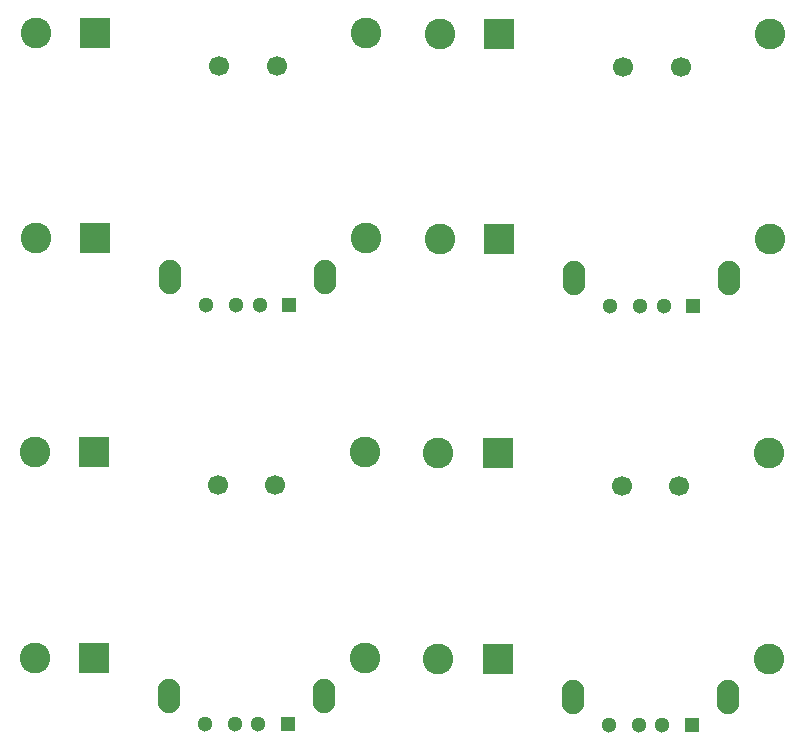
<source format=gbs>
G04 #@! TF.GenerationSoftware,KiCad,Pcbnew,5.1.5-52549c5~86~ubuntu18.04.1*
G04 #@! TF.CreationDate,2020-12-11T21:21:52-08:00*
G04 #@! TF.ProjectId,accelgyro_mpu6050_d2r1_4x4,61636365-6c67-4797-926f-5f6d70753630,rev?*
G04 #@! TF.SameCoordinates,Original*
G04 #@! TF.FileFunction,Soldermask,Bot*
G04 #@! TF.FilePolarity,Negative*
%FSLAX46Y46*%
G04 Gerber Fmt 4.6, Leading zero omitted, Abs format (unit mm)*
G04 Created by KiCad (PCBNEW 5.1.5-52549c5~86~ubuntu18.04.1) date 2020-12-11 21:21:52*
%MOMM*%
%LPD*%
G04 APERTURE LIST*
%ADD10C,2.600000*%
%ADD11R,2.499360X2.499360*%
%ADD12R,1.300000X1.300000*%
%ADD13C,1.300000*%
%ADD14O,1.900000X2.900000*%
%ADD15C,1.700000*%
G04 APERTURE END LIST*
D10*
X200100000Y-153000000D03*
X172200000Y-100100000D03*
D11*
X177200000Y-100100000D03*
D12*
X193556000Y-158648000D03*
D13*
X191056000Y-158648000D03*
X189056000Y-158648000D03*
X186556000Y-158648000D03*
D14*
X196626000Y-156248000D03*
X183486000Y-156248000D03*
D10*
X200200000Y-100100000D03*
D15*
X192600000Y-102900000D03*
X187700000Y-102900000D03*
D10*
X172200000Y-117500000D03*
D11*
X177200000Y-117500000D03*
D10*
X172100000Y-153000000D03*
D15*
X187600000Y-138400000D03*
X192500000Y-138400000D03*
D10*
X172100000Y-135600000D03*
X200100000Y-135600000D03*
D11*
X177100000Y-135600000D03*
D10*
X200200000Y-117500000D03*
D11*
X177100000Y-153000000D03*
D14*
X183586000Y-120748000D03*
X196726000Y-120748000D03*
D13*
X186656000Y-123148000D03*
X189156000Y-123148000D03*
X191156000Y-123148000D03*
D12*
X193656000Y-123148000D03*
D10*
X137900000Y-135500000D03*
D11*
X142900000Y-135500000D03*
D10*
X165900000Y-135500000D03*
D15*
X158300000Y-138300000D03*
X153400000Y-138300000D03*
D10*
X137900000Y-152900000D03*
D11*
X142900000Y-152900000D03*
D10*
X165900000Y-152900000D03*
D14*
X149286000Y-156148000D03*
X162426000Y-156148000D03*
D13*
X152356000Y-158548000D03*
X154856000Y-158548000D03*
X156856000Y-158548000D03*
D12*
X159356000Y-158548000D03*
D10*
X138000000Y-100000000D03*
X166000000Y-100000000D03*
D11*
X143000000Y-100000000D03*
D15*
X153500000Y-102800000D03*
X158400000Y-102800000D03*
D12*
X159456000Y-123048000D03*
D13*
X156956000Y-123048000D03*
X154956000Y-123048000D03*
X152456000Y-123048000D03*
D14*
X162526000Y-120648000D03*
X149386000Y-120648000D03*
D10*
X138000000Y-117400000D03*
X166000000Y-117400000D03*
D11*
X143000000Y-117400000D03*
M02*

</source>
